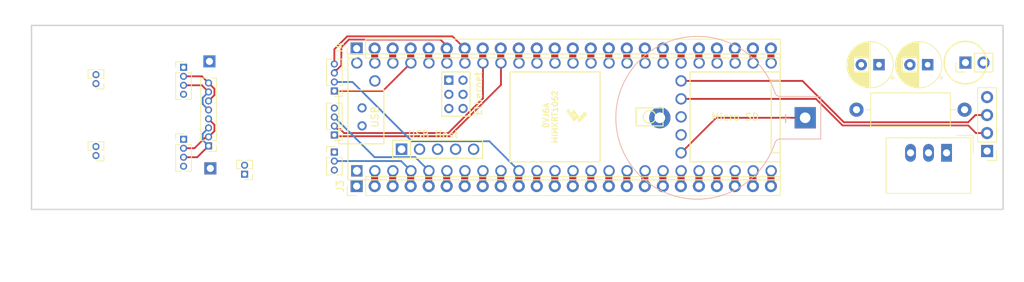
<source format=kicad_pcb>
(kicad_pcb (version 20240108) (generator "pcbnew") (generator_version "8.0")
  (title_block (comment 4 "AISLER Project ID: ZFEYDLFY"))
  (layers (0 "F.Cu" signal) (1 "In1.Cu" signal) (2 "In2.Cu" signal) (31 "B.Cu" signal) (34 "B.Paste" user) (35 "F.Paste" user) (36 "B.SilkS" user "B.Silkscreen") (37 "F.SilkS" user "F.Silkscreen") (38 "B.Mask" user) (39 "F.Mask" user) (44 "Edge.Cuts" user))
  (net 0 "")
  (net 6 "Net-(J3-Pin_20)")
  (net 7 "Net-(J3-Pin_2)")
  (net 8 "Net-(J3-Pin_22)")
  (net 9 "Net-(J3-Pin_15)")
  (net 10 "Net-(J3-Pin_21)")
  (net 11 "Net-(J3-Pin_24)")
  (net 12 "Net-(J4-Pin_24)")
  (net 13 "Net-(J3-Pin_3)")
  (net 14 "Net-(J3-Pin_6)")
  (net 15 "/Min")
  (net 16 "Net-(J3-Pin_23)")
  (net 17 "Net-(J3-Pin_11)")
  (net 18 "Net-(J3-Pin_14)")
  (net 19 "Net-(J3-Pin_13)")
  (net 20 "Net-(J3-Pin_9)")
  (net 21 "Net-(J3-Pin_18)")
  (net 22 "Net-(J3-Pin_16)")
  (net 23 "Net-(J3-Pin_17)")
  (net 24 "Net-(J3-Pin_12)")
  (net 25 "Net-(J3-Pin_7)")
  (net 26 "Net-(J4-Pin_17)")
  (net 27 "Net-(J4-Pin_5)")
  (net 28 "Net-(J4-Pin_14)")
  (net 29 "Net-(J4-Pin_15)")
  (net 30 "Net-(J4-Pin_22)")
  (net 31 "Net-(J4-Pin_23)")
  (net 32 "Net-(J4-Pin_21)")
  (net 33 "Net-(J4-Pin_18)")
  (net 42 "/FSYNC")
  (net 43 "/BCLK")
  (net 44 "/Din")
  (net 45 "/GPIO1")
  (net 46 "/SDA1")
  (net 47 "/SCL1")
  (net 48 "/SHDNZ")
  (net 49 "/IOVD")
  (net 50 "/GND")
  (net 51 "/V3.3_EN")
  (net 52 "/H5V")
  (net 53 "/A0")
  (net 54 "/SCL0")
  (net 55 "/BAT")
  (net 56 "/SDA0")
  (net 57 "Net-(U2-V+)")
  (net 58 "Net-(U2-B+)")
  (net 59 "Net-(U2-B-)")
  (net 60 "Net-(U2-V-)")
  (net 63 "/V5")
  (net 64 "Net-(J4-Pin_16)")
  (net 65 "Net-(J4-Pin_12)")
  (net 66 "Net-(J4-Pin_20)")
  (net 67 "/PRG")
  (net 68 "/ONOFF")
  (net 70 "Net-(J1-Pin_4)")
  (net 71 "/A2+")
  (net 72 "/A2-")
  (net 73 "Net-(U3-A1-)")
  (net 74 "Net-(U3-A1+)")
  (net 75 "/A1-")
  (net 76 "/A1+")
  (net 77 "/Vext")
  (net 78 "Net-(PS1-+VIN)")
  (net 79 "Net-(J3-Pin_19)")
  (net 80 "Net-(J4-Pin_19)")
  (footprint "MountingHole:MountingHole_3.2mm_M3" (layer "F.Cu") (at 152.5 55.5)
    (property "Reference" "H3" (hide yes))
    (property "Value" "MountingHole")
    (pad "" np_thru_hole circle (at 0 0) (size 3.2 3.2) (drill 3.2) (layers "*.Cu" "*.Mask"))
  )
  (footprint "Converter_DCDC:Converter_DCDC_TRACO_TSR-1_THT" (layer "F.Cu") (at 172.032 67.999 180)
    (property "Reference" "PS1" (hide yes))
    (property "Value" "TSR_1-2450")
    (pad "1" thru_hole rect (at 0 0 180) (size 1.5 2.5) (drill 1) (layers "*.Cu" "*.Mask") (net 78 "Net-(PS1-+VIN)"))
    (pad "2" thru_hole oval (at 2.54 0 180) (size 1.5 2.5) (drill 1) (layers "*.Cu" "*.Mask") (net 50 "/GND"))
    (pad "3" thru_hole oval (at 5.08 0 180) (size 1.5 2.5) (drill 1) (layers "*.Cu" "*.Mask") (net 63 "/V5"))
  )
  (footprint "Connector_PinHeader_2.54mm:PinHeader_1x04_P2.54mm_Vertical" (layer "F.Cu") (at 177.747 67.745 180)
    (property "Reference" "J1" (hide yes))
    (property "Value" "Conn_01x04")
    (pad "1" thru_hole rect (at 0 0 180) (size 1.7 1.7) (drill 1) (layers "*.Cu" "*.Mask") (net 50 "/GND"))
    (pad "2" thru_hole oval (at 0 2.54 180) (size 1.7 1.7) (drill 1) (layers "*.Cu" "*.Mask") (net 67 "/PRG"))
    (pad "3" thru_hole oval (at 0 5.08 180) (size 1.7 1.7) (drill 1) (layers "*.Cu" "*.Mask") (net 68 "/ONOFF"))
    (pad "4" thru_hole oval (at 0 7.62 180) (size 1.7 1.7) (drill 1) (layers "*.Cu" "*.Mask") (net 70 "Net-(J1-Pin_4)"))
  )
  (footprint "Connector_PinHeader_2.54mm:PinHeader_1x02_P2.54mm_Vertical" (layer "F.Cu") (at 174.699 55.251 90)
    (property "Reference" "J5" (hide yes))
    (property "Value" "Conn_01x02")
    (pad "1" thru_hole rect (at 0 0 90) (size 1.7 1.7) (drill 1) (layers "*.Cu" "*.Mask") (net 77 "/Vext"))
    (pad "2" thru_hole oval (at 0 2.54 90) (size 1.7 1.7) (drill 1) (layers "*.Cu" "*.Mask") (net 70 "Net-(J1-Pin_4)"))
  )
  (footprint "Inductor_THT:L_Axial_L11.0mm_D4.5mm_P15.24mm_Horizontal_Fastron_MECC" (layer "F.Cu") (at 174.572 61.903 180)
    (property "Reference" "L1" (hide yes))
    (property "Value" "5.6u")
    (pad "1" thru_hole circle (at 0 0 180) (size 2 2) (drill 1) (layers "*.Cu" "*.Mask") (net 77 "/Vext"))
    (pad "2" thru_hole oval (at 15.24 0 180) (size 2 2) (drill 1) (layers "*.Cu" "*.Mask") (net 78 "Net-(PS1-+VIN)"))
  )
  (footprint "MountingHole:MountingHole_3.2mm_M3" (layer "F.Cu") (at 46.5 70.5)
    (property "Reference" "H2" (hide yes))
    (property "Value" "MountingHole")
    (pad "" np_thru_hole circle (at 0 0) (size 3.2 3.2) (drill 3.2) (layers "*.Cu" "*.Mask"))
  )
  (footprint "Connector_PinHeader_2.54mm:PinHeader_1x24_P2.54mm_Vertical" (layer "F.Cu") (at 88.847 53.267 90)
    (property "Reference" "J4" (at 0 -2.33 90) (layer "F.SilkS"))
    (property "Value" "Conn_01x24")
    (pad "1" thru_hole rect (at 0 0 90) (size 1.7 1.7) (drill 1) (layers "*.Cu" "*.Mask") (net 63 "/V5"))
    (pad "2" thru_hole oval (at 0 2.54 90) (size 1.7 1.7) (drill 1) (layers "*.Cu" "*.Mask") (net 50 "/GND"))
    (pad "3" thru_hole oval (at 0 5.08 90) (size 1.7 1.7) (drill 1) (layers "*.Cu" "*.Mask") (net 49 "/IOVD"))
    (pad "4" thru_hole oval (at 0 7.62 90) (size 1.7 1.7) (drill 1) (layers "*.Cu" "*.Mask") (net 45 "/GPIO1"))
    (pad "5" thru_hole oval (at 0 10.16 90) (size 1.7 1.7) (drill 1) (layers "*.Cu" "*.Mask") (net 27 "Net-(J4-Pin_5)"))
    (pad "6" thru_hole oval (at 0 12.7 90) (size 1.7 1.7) (drill 1) (layers "*.Cu" "*.Mask") (net 43 "/BCLK"))
    (pad "7" thru_hole oval (at 0 15.24 90) (size 1.7 1.7) (drill 1) (layers "*.Cu" "*.Mask") (net 42 "/FSYNC"))
    (pad "8" thru_hole oval (at 0 17.78 90) (size 1.7 1.7) (drill 1) (layers "*.Cu" "*.Mask") (net 54 "/SCL0"))
    (pad "9" thru_hole oval (at 0 20.32 90) (size 1.7 1.7) (drill 1) (layers "*.Cu" "*.Mask") (net 56 "/SDA0"))
    (pad "10" thru_hole oval (at 0 22.86 90) (size 1.7 1.7) (drill 1) (layers "*.Cu" "*.Mask") (net 46 "/SDA1"))
    (pad "11" thru_hole oval (at 0 25.4 90) (size 1.7 1.7) (drill 1) (layers "*.Cu" "*.Mask") (net 47 "/SCL1"))
    (pad "12" thru_hole oval (at 0 27.94 90) (size 1.7 1.7) (drill 1) (layers "*.Cu" "*.Mask") (net 65 "Net-(J4-Pin_12)"))
    (pad "13" thru_hole oval (at 0 30.48 90) (size 1.7 1.7) (drill 1) (layers "*.Cu" "*.Mask") (net 53 "/A0"))
    (pad "14" thru_hole oval (at 0 33.02 90) (size 1.7 1.7) (drill 1) (layers "*.Cu" "*.Mask") (net 28 "Net-(J4-Pin_14)"))
    (pad "15" thru_hole oval (at 0 35.56 90) (size 1.7 1.7) (drill 1) (layers "*.Cu" "*.Mask") (net 29 "Net-(J4-Pin_15)"))
    (pad "16" thru_hole oval (at 0 38.1 90) (size 1.7 1.7) (drill 1) (layers "*.Cu" "*.Mask") (net 64 "Net-(J4-Pin_16)"))
    (pad "17" thru_hole oval (at 0 40.64 90) (size 1.7 1.7) (drill 1) (layers "*.Cu" "*.Mask") (net 26 "Net-(J4-Pin_17)"))
    (pad "18" thru_hole oval (at 0 43.18 90) (size 1.7 1.7) (drill 1) (layers "*.Cu" "*.Mask") (net 33 "Net-(J4-Pin_18)"))
    (pad "19" thru_hole oval (at 0 45.72 90) (size 1.7 1.7) (drill 1) (layers "*.Cu" "*.Mask") (net 80 "Net-(J4-Pin_19)"))
    (pad "20" thru_hole oval (at 0 48.26 90) (size 1.7 1.7) (drill 1) (layers "*.Cu" "*.Mask") (net 66 "Net-(J4-Pin_20)"))
    (pad "21" thru_hole oval (at 0 50.8 90) (size 1.7 1.7) (drill 1) (layers "*.Cu" "*.Mask") (net 32 "Net-(J4-Pin_21)"))
    (pad "22" thru_hole oval (at 0 53.34 90) (size 1.7 1.7) (drill 1) (layers "*.Cu" "*.Mask") (net 30 "Net-(J4-Pin_22)"))
    (pad "23" thru_hole oval (at 0 55.88 90) (size 1.7 1.7) (drill 1) (layers "*.Cu" "*.Mask") (net 31 "Net-(J4-Pin_23)"))
    (pad "24" thru_hole oval (at 0 58.42 90) (size 1.7 1.7) (drill 1) (layers "*.Cu" "*.Mask") (net 12 "Net-(J4-Pin_24)"))
  )
  (footprint "Connector_PinHeader_2.54mm:PinHeader_1x24_P2.54mm_Vertical" (layer "F.Cu") (at 88.847 72.698 90)
    (property "Reference" "J3" (at 0 -2.33 90) (layer "F.SilkS"))
    (property "Value" "Conn_01x24")
    (pad "1" thru_hole rect (at 0 0 90) (size 1.7 1.7) (drill 1) (layers "*.Cu" "*.Mask") (net 50 "/GND"))
    (pad "2" thru_hole oval (at 0 2.54 90) (size 1.7 1.7) (drill 1) (layers "*.Cu" "*.Mask") (net 7 "Net-(J3-Pin_2)"))
    (pad "3" thru_hole oval (at 0 5.08 90) (size 1.7 1.7) (drill 1) (layers "*.Cu" "*.Mask") (net 13 "Net-(J3-Pin_3)"))
    (pad "4" thru_hole oval (at 0 7.62 90) (size 1.7 1.7) (drill 1) (layers "*.Cu" "*.Mask") (net 51 "/V3.3_EN"))
    (pad "5" thru_hole oval (at 0 10.16 90) (size 1.7 1.7) (drill 1) (layers "*.Cu" "*.Mask") (net 48 "/SHDNZ"))
    (pad "6" thru_hole oval (at 0 12.7 90) (size 1.7 1.7) (drill 1) (layers "*.Cu" "*.Mask") (net 14 "Net-(J3-Pin_6)"))
    (pad "7" thru_hole oval (at 0 15.24 90) (size 1.7 1.7) (drill 1) (layers "*.Cu" "*.Mask") (net 25 "Net-(J3-Pin_7)"))
    (pad "8" thru_hole oval (at 0 17.78 90) (size 1.7 1.7) (drill 1) (layers "*.Cu" "*.Mask") (net 15 "/Min"))
    (pad "9" thru_hole oval (at 0 20.32 90) (size 1.7 1.7) (drill 1) (layers "*.Cu" "*.Mask") (net 20 "Net-(J3-Pin_9)"))
    (pad "10" thru_hole oval (at 0 22.86 90) (size 1.7 1.7) (drill 1) (layers "*.Cu" "*.Mask") (net 44 "/Din"))
    (pad "11" thru_hole oval (at 0 25.4 90) (size 1.7 1.7) (drill 1) (layers "*.Cu" "*.Mask") (net 17 "Net-(J3-Pin_11)"))
    (pad "12" thru_hole oval (at 0 27.94 90) (size 1.7 1.7) (drill 1) (layers "*.Cu" "*.Mask") (net 24 "Net-(J3-Pin_12)"))
    (pad "13" thru_hole oval (at 0 30.48 90) (size 1.7 1.7) (drill 1) (layers "*.Cu" "*.Mask") (net 19 "Net-(J3-Pin_13)"))
    (pad "14" thru_hole oval (at 0 33.02 90) (size 1.7 1.7) (drill 1) (layers "*.Cu" "*.Mask") (net 18 "Net-(J3-Pin_14)"))
    (pad "15" thru_hole oval (at 0 35.56 90) (size 1.7 1.7) (drill 1) (layers "*.Cu" "*.Mask") (net 9 "Net-(J3-Pin_15)"))
    (pad "16" thru_hole oval (at 0 38.1 90) (size 1.7 1.7) (drill 1) (layers "*.Cu" "*.Mask") (net 22 "Net-(J3-Pin_16)"))
    (pad "17" thru_hole oval (at 0 40.64 90) (size 1.7 1.7) (drill 1) (layers "*.Cu" "*.Mask") (net 23 "Net-(J3-Pin_17)"))
    (pad "18" thru_hole oval (at 0 43.18 90) (size 1.7 1.7) (drill 1) (layers "*.Cu" "*.Mask") (net 21 "Net-(J3-Pin_18)"))
    (pad "19" thru_hole oval (at 0 45.72 90) (size 1.7 1.7) (drill 1) (layers "*.Cu" "*.Mask") (net 79 "Net-(J3-Pin_19)"))
    (pad "20" thru_hole oval (at 0 48.26 90) (size 1.7 1.7) (drill 1) (layers "*.Cu" "*.Mask") (net 6 "Net-(J3-Pin_20)"))
    (pad "21" thru_hole oval (at 0 50.8 90) (size 1.7 1.7) (drill 1) (layers "*.Cu" "*.Mask") (net 10 "Net-(J3-Pin_21)"))
    (pad "22" thru_hole oval (at 0 53.34 90) (size 1.7 1.7) (drill 1) (layers "*.Cu" "*.Mask") (net 8 "Net-(J3-Pin_22)"))
    (pad "23" thru_hole oval (at 0 55.88 90) (size 1.7 1.7) (drill 1) (layers "*.Cu" "*.Mask") (net 16 "Net-(J3-Pin_23)"))
    (pad "24" thru_hole oval (at 0 58.42 90) (size 1.7 1.7) (drill 1) (layers "*.Cu" "*.Mask") (net 11 "Net-(J3-Pin_24)"))
  )
  (footprint "Library:preAmp2" (layer "F.Cu") (at 57.5744 67.6434)
    (property "Reference" "U2" (hide yes))
    (property "Value" "~")
    (pad "1" thru_hole oval (at -5.4864 -0.5334 180) (size 1 1) (drill 0.6) (layers "*.Cu" "*.Mask") (net 71 "/A2+"))
    (pad "2" thru_hole circle (at -5.4864 0.7366 180) (size 1 1) (drill 0.6) (layers "*.Cu" "*.Mask") (net 72 "/A2-"))
    (pad "3" thru_hole rect (at 6.8636 -1.5634) (size 1 1) (drill 0.6) (layers "*.Cu" "*.Mask") (net 57 "Net-(U2-V+)"))
    (pad "4" thru_hole oval (at 6.8636 -0.2934) (size 1 1) (drill 0.6) (layers "*.Cu" "*.Mask") (net 58 "Net-(U2-B+)"))
    (pad "5" thru_hole oval (at 6.8636 0.9766) (size 1 1) (drill 0.6) (layers "*.Cu" "*.Mask") (net 59 "Net-(U2-B-)"))
    (pad "6" thru_hole oval (at 6.8636 2.2466) (size 1 1) (drill 0.6) (layers "*.Cu" "*.Mask") (net 60 "Net-(U2-V-)"))
  )
  (footprint "Library:preAmp2" (layer "F.Cu") (at 57.5744 57.4834)
    (property "Reference" "U4" (hide yes))
    (property "Value" "~")
    (pad "1" thru_hole oval (at -5.4864 -0.5334 180) (size 1 1) (drill 0.6) (layers "*.Cu" "*.Mask") (net 76 "/A1+"))
    (pad "2" thru_hole circle (at -5.4864 0.7366 180) (size 1 1) (drill 0.6) (layers "*.Cu" "*.Mask") (net 75 "/A1-"))
    (pad "3" thru_hole rect (at 6.8636 -1.5634) (size 1 1) (drill 0.6) (layers "*.Cu" "*.Mask") (net 57 "Net-(U2-V+)"))
    (pad "4" thru_hole oval (at 6.8636 -0.2934) (size 1 1) (drill 0.6) (layers "*.Cu" "*.Mask") (net 74 "Net-(U3-A1+)"))
    (pad "5" thru_hole oval (at 6.8636 0.9766) (size 1 1) (drill 0.6) (layers "*.Cu" "*.Mask") (net 73 "Net-(U3-A1-)"))
    (pad "6" thru_hole oval (at 6.8636 2.2466) (size 1 1) (drill 0.6) (layers "*.Cu" "*.Mask") (net 60 "Net-(U2-V-)"))
  )
  (footprint "Library:ADC_V2" (layer "F.Cu") (at 77.2956 63.427)
    (property "Reference" "U3" (hide yes))
    (property "Value" "~")
    (pad "1" thru_hole rect (at -9.2056 -8.3466) (size 1.7 1.7) (drill 1) (layers "*.Cu" "*.Mask") (net 57 "Net-(U2-V+)"))
    (pad "2" thru_hole oval (at -9.3326 -5.2986 180) (size 1 1) (drill 0.6) (layers "*.Cu" "*.Mask") (net 74 "Net-(U3-A1+)"))
    (pad "3" thru_hole oval (at -9.3326 -4.0286 180) (size 1 1) (drill 0.6) (layers "*.Cu" "*.Mask") (net 73 "Net-(U3-A1-)"))
    (pad "4" thru_hole oval (at -9.3326 -2.7586 180) (size 1 1) (drill 0.6) (layers "*.Cu" "*.Mask") (net 74 "Net-(U3-A1+)"))
    (pad "5" thru_hole oval (at -9.3326 -1.4886 180) (size 1 1) (drill 0.6) (layers "*.Cu" "*.Mask") (net 73 "Net-(U3-A1-)"))
    (pad "6" thru_hole oval (at -9.3326 -0.2186 180) (size 1 1) (drill 0.6) (layers "*.Cu" "*.Mask") (net 58 "Net-(U2-B+)"))
    (pad "7" thru_hole oval (at -9.3326 1.0514 180) (size 1 1) (drill 0.6) (layers "*.Cu" "*.Mask") (net 59 "Net-(U2-B-)"))
    (pad "8" thru_hole oval (at -9.3326 2.3214 180) (size 1 1) (drill 0.6) (layers "*.Cu" "*.Mask") (net 58 "Net-(U2-B+)"))
    (pad "9" thru_hole rect (at -9.3326 3.5914 180) (size 1 1) (drill 0.6) (layers "*.Cu" "*.Mask") (net 59 "Net-(U2-B-)"))
    (pad "10" thru_hole rect (at -9.0786 6.7664) (size 1.7 1.7) (drill 1) (layers "*.Cu" "*.Mask") (net 60 "Net-(U2-V-)"))
    (pad "11" thru_hole oval (at -4.2526 6.3194 180) (size 1 1) (drill 0.6) (layers "*.Cu" "*.Mask"))
    (pad "12" thru_hole rect (at -4.2526 7.5894 180) (size 1 1) (drill 0.6) (layers "*.Cu" "*.Mask"))
    (pad "13" thru_hole oval (at 8.4074 -7.9756 180) (size 1 1) (drill 0.6) (layers "*.Cu" "*.Mask") (net 42 "/FSYNC"))
    (pad "14" thru_hole oval (at 8.4074 -6.7056 180) (size 1 1) (drill 0.6) (layers "*.Cu" "*.Mask") (net 43 "/BCLK"))
    (pad "15" thru_hole oval (at 8.4074 -5.4356 180) (size 1 1) (drill 0.6) (layers "*.Cu" "*.Mask") (net 44 "/Din"))
    (pad "16" thru_hole rect (at 8.4074 -4.1656 180) (size 1 1) (drill 0.6) (layers "*.Cu" "*.Mask") (net 45 "/GPIO1"))
    (pad "17" thru_hole oval (at 8.4074 -1.7526 180) (size 1 1) (drill 0.6) (layers "*.Cu" "*.Mask") (net 49 "/IOVD"))
    (pad "18" thru_hole oval (at 8.4074 -0.4826 180) (size 1 1) (drill 0.6) (layers "*.Cu" "*.Mask") (net 48 "/SHDNZ"))
    (pad "19" thru_hole oval (at 8.4074 0.7874 180) (size 1 1) (drill 0.6) (layers "*.Cu" "*.Mask") (net 54 "/SCL0"))
    (pad "20" thru_hole rect (at 8.4074 2.0574 180) (size 1 1) (drill 0.6) (layers "*.Cu" "*.Mask") (net 56 "/SDA0"))
    (pad "21" thru_hole rect (at 8.4074 4.4654) (size 1 1) (drill 0.6) (layers "*.Cu" "*.Mask") (net 50 "/GND"))
    (pad "22" thru_hole oval (at 8.4074 5.7354) (size 1 1) (drill 0.6) (layers "*.Cu" "*.Mask") (net 51 "/V3.3_EN"))
    (pad "23" thru_hole oval (at 8.4074 7.0054) (size 1 1) (drill 0.6) (layers "*.Cu" "*.Mask") (net 52 "/H5V"))
  )
  (footprint "Capacitor_THT:CP_Radial_D6.3mm_P2.50mm" (layer "F.Cu") (at 169.365 55.553 180)
    (property "Reference" "C1" (hide yes))
    (property "Value" "10u")
    (pad "1" thru_hole rect (at 0 0 180) (size 1.6 1.6) (drill 0.8) (layers "*.Cu" "*.Mask") (net 77 "/Vext"))
    (pad "2" thru_hole circle (at 2.5 0 180) (size 1.6 1.6) (drill 0.8) (layers "*.Cu" "*.Mask") (net 50 "/GND"))
  )
  (footprint "MountingHole:MountingHole_3.2mm_M3" (layer "F.Cu") (at 46.5 55.5)
    (property "Reference" "H1" (hide yes))
    (property "Value" "MountingHole")
    (pad "" np_thru_hole circle (at 0 0) (size 3.2 3.2) (drill 3.2) (layers "*.Cu" "*.Mask"))
  )
  (footprint "MountingHole:MountingHole_3.2mm_M3" (layer "F.Cu") (at 152.5 70.5)
    (property "Reference" "H4" (hide yes))
    (property "Value" "MountingHole")
    (pad "" np_thru_hole circle (at 0 0) (size 3.2 3.2) (drill 3.2) (layers "*.Cu" "*.Mask"))
  )
  (footprint "Library:Teensy41" (layer "F.Cu") (at 118.089 62.919)
    (property "Reference" "U1" (hide yes))
    (property "Value" "teensy_Teensy4.1")
    (fp_text user "USB" (at -26.67 0 90) (layer "F.SilkS"))
    (fp_text user "Ethernet" (at -12.065 -3.2766 90) (layer "F.SilkS"))
    (fp_text user "MIMXRT1062" (at -1.27 0 90) (layer "F.SilkS") (effects (font (size 0.8 0.8))))
    (fp_text user "USB Host" (at -18.4658 2.4892 0) (layer "F.SilkS"))
    (fp_text user "Micro SD" (at 24.13 0 0) (layer "F.SilkS"))
    (fp_text user "DVJ6A" (at -2.54 -0.18 90) (layer "F.SilkS") (effects (font (size 0.8 0.8))))
    (pad "1" thru_hole rect (at -29.21 7.62) (size 1.6 1.6) (drill 1.1) (layers "*.Cu" "*.Mask") (net 50 "/GND"))
    (pad "2" thru_hole circle (at -26.67 7.62) (size 1.6 1.6) (drill 1.1) (layers "*.Cu" "*.Mask") (net 7 "Net-(J3-Pin_2)"))
    (pad "3" thru_hole circle (at -24.13 7.62) (size 1.6 1.6) (drill 1.1) (layers "*.Cu" "*.Mask") (net 13 "Net-(J3-Pin_3)"))
    (pad "4" thru_hole circle (at -21.59 7.62) (size 1.6 1.6) (drill 1.1) (layers "*.Cu" "*.Mask") (net 51 "/V3.3_EN"))
    (pad "5" thru_hole circle (at -19.05 7.62) (size 1.6 1.6) (drill 1.1) (layers "*.Cu" "*.Mask") (net 48 "/SHDNZ"))
    (pad "6" thru_hole circle (at -16.51 7.62) (size 1.6 1.6) (drill 1.1) (layers "*.Cu" "*.Mask") (net 14 "Net-(J3-Pin_6)"))
    (pad "7" thru_hole circle (at -13.97 7.62) (size 1.6 1.6) (drill 1.1) (layers "*.Cu" "*.Mask") (net 25 "Net-(J3-Pin_7)"))
    (pad "8" thru_hole circle (at -11.43 7.62) (size 1.6 1.6) (drill 1.1) (layers "*.Cu" "*.Mask") (net 15 "/Min"))
    (pad "9" thru_hole circle (at -8.89 7.62) (size 1.6 1.6) (drill 1.1) (layers "*.Cu" "*.Mask") (net 20 "Net-(J3-Pin_9)"))
    (pad "10" thru_hole circle (at -6.35 7.62) (size 1.6 1.6) (drill 1.1) (layers "*.Cu" "*.Mask") (net 44 "/Din"))
    (pad "11" thru_hole circle (at -3.81 7.62) (size 1.6 1.6) (drill 1.1) (layers "*.Cu" "*.Mask") (net 17 "Net-(J3-Pin_11)"))
    (pad "12" thru_hole circle (at -1.27 7.62) (size 1.6 1.6) (drill 1.1) (layers "*.Cu" "*.Mask") (net 24 "Net-(J3-Pin_12)"))
    (pad "13" thru_hole circle (at 1.27 7.62) (size 1.6 1.6) (drill 1.1) (layers "*.Cu" "*.Mask") (net 19 "Net-(J3-Pin_13)"))
    (pad "14" thru_hole circle (at 3.81 7.62) (size 1.6 1.6) (drill 1.1) (layers "*.Cu" "*.Mask") (net 18 "Net-(J3-Pin_14)"))
    (pad "15" thru_hole circle (at 6.35 7.62) (size 1.6 1.6) (drill 1.1) (layers "*.Cu" "*.Mask") (net 9 "Net-(J3-Pin_15)"))
    (pad "16" thru_hole circle (at 8.89 7.62) (size 1.6 1.6) (drill 1.1) (layers "*.Cu" "*.Mask") (net 22 "Net-(J3-Pin_16)"))
    (pad "17" thru_hole circle (at 11.43 7.62) (size 1.6 1.6) (drill 1.1) (layers "*.Cu" "*.Mask") (net 23 "Net-(J3-Pin_17)"))
    (pad "18" thru_hole circle (at 13.97 7.62) (size 1.6 1.6) (drill 1.1) (layers "*.Cu" "*.Mask") (net 21 "Net-(J3-Pin_18)"))
    (pad "19" thru_hole circle (at 16.51 7.62) (size 1.6 1.6) (drill 1.1) (layers "*.Cu" "*.Mask") (net 79 "Net-(J3-Pin_19)"))
    (pad "20" thru_hole circle (at 19.05 7.62) (size 1.6 1.6) (drill 1.1) (layers "*.Cu" "*.Mask") (net 6 "Net-(J3-Pin_20)"))
    (pad "21" thru_hole circle (at 21.59 7.62) (size 1.6 1.6) (drill 1.1) (layers "*.Cu" "*.Mask") (net 10 "Net-(J3-Pin_21)"))
    (pad "22" thru_hole circle (at 24.13 7.62) (size 1.6 1.6) (drill 1.1) (layers "*.Cu" "*.Mask") (net 8 "Net-(J3-Pin_22)"))
    (pad "23" thru_hole circle (at 26.67 7.62) (size 1.6 1.6) (drill 1.1) (layers "*.Cu" "*.Mask") (net 16 "Net-(J3-Pin_23)"))
    (pad "24" thru_hole circle (at 29.21 7.62) (size 1.6 1.6) (drill 1.1) (layers "*.Cu" "*.Mask") (net 11 "Net-(J3-Pin_24)"))
    (pad "25" thru_hole circle (at 29.21 -7.62) (size 1.6 1.6) (drill 1.1) (layers "*.Cu" "*.Mask") (net 12 "Net-(J4-Pin_24)"))
    (pad "26" thru_hole circle (at 26.67 -7.62) (size 1.6 1.6) (drill 1.1) (layers "*.Cu" "*.Mask") (net 31 "Net-(J4-Pin_23)"))
    (pad "27" thru_hole circle (at 24.13 -7.62) (size 1.6 1.6) (drill 1.1) (layers "*.Cu" "*.Mask") (net 30 "Net-(J4-Pin_22)"))
    (pad "28" thru_hole circle (at 21.59 -7.62) (size 1.6 1.6) (drill 1.1) (layers "*.Cu" "*.Mask") (net 32 "Net-(J4-Pin_21)"))
    (pad "29" thru_hole circle (at 19.05 -7.62) (size 1.6 1.6) (drill 1.1) (layers "*.Cu" "*.Mask") (net 66 "Net-(J4-Pin_20)"))
    (pad "30" thru_hole circle (at 16.51 -7.62) (size 1.6 1.6) (drill 1.1) (layers "*.Cu" "*.Mask") (net 80 "Net-(J4-Pin_19)"))
    (pad "31" thru_hole circle (at 13.97 -7.62) (size 1.6 1.6) (drill 1.1) (layers "*.Cu" "*.Mask") (net 33 "Net-(J4-Pin_18)"))
    (pad "32" thru_hole circle (at 11.43 -7.62) (size 1.6 1.6) (drill 1.1) (layers "*.Cu" "*.Mask") (net 26 "Net-(J4-Pin_17)"))
    (pad "33" thru_hole circle (at 8.89 -7.62) (size 1.6 1.6) (drill 1.1) (layers "*.Cu" "*.Mask") (net 64 "Net-(J4-Pin_16)"))
    (pad "34" thru_hole circle (at 6.35 -7.62) (size 1.6 1.6) (drill 1.1) (layers "*.Cu" "*.Mask") (net 29 "Net-(J4-Pin_15)"))
    (pad "35" thru_hole circle (at 3.81 -7.62) (size 1.6 1.6) (drill 1.1) (layers "*.Cu" "*.Mask") (net 28 "Net-(J4-Pin_14)"))
    (pad "36" thru_hole circle (at 1.27 -7.62) (size 1.6 1.6) (drill 1.1) (layers "*.Cu" "*.Mask") (net 53 "/A0"))
    (pad "37" thru_hole circle (at -1.27 -7.62) (size 1.6 1.6) (drill 1.1) (layers "*.Cu" "*.Mask") (net 65 "Net-(J4-Pin_12)"))
    (pad "38" thru_hole circle (at -3.81 -7.62) (size 1.6 1.6) (drill 1.1) (layers "*.Cu" "*.Mask") (net 47 "/SCL1"))
    (pad "39" thru_hole circle (at -6.35 -7.62) (size 1.6 1.6) (drill 1.1) (layers "*.Cu" "*.Mask") (net 46 "/SDA1"))
    (pad "40" thru_hole circle (at -8.89 -7.62) (size 1.6 1.6) (drill 1.1) (layers "*.Cu" "*.Mask") (net 56 "/SDA0"))
    (pad "41" thru_hole circle (at -11.43 -7.62) (size 1.6 1.6) (drill 1.1) (layers "*.Cu" "*.Mask") (net 54 "/SCL0"))
    (pad "42" thru_hole circle (at -13.97 -7.62) (size 1.6 1.6) (drill 1.1) (layers "*.Cu" "*.Mask") (net 42 "/FSYNC"))
    (pad "43" thru_hole circle (at -16.51 -7.62) (size 1.6 1.6) (drill 1.1) (layers "*.Cu" "*.Mask") (net 43 "/BCLK"))
    (pad "44" thru_hole circle (at -19.05 -7.62) (size 1.6 1.6) (drill 1.1) (layers "*.Cu" "*.Mask") (net 27 "Net-(J4-Pin_5)"))
    (pad "45" thru_hole circle (at -21.59 -7.62) (size 1.6 1.6) (drill 1.1) (layers "*.Cu" "*.Mask") (net 45 "/GPIO1"))
    (pad "46" thru_hole circle (at -24.13 -7.62) (size 1.6 1.6) (drill 1.1) (layers "*.Cu" "*.Mask") (net 49 "/IOVD"))
    (pad "47" thru_hole circle (at -26.67 -7.62) (size 1.6 1.6) (drill 1.1) (layers "*.Cu" "*.Mask") (net 50 "/GND"))
    (pad "48" thru_hole circle (at -29.21 -7.62) (size 1.6 1.6) (drill 1.1) (layers "*.Cu" "*.Mask") (net 63 "/V5"))
    (pad "49" thru_hole circle (at -26.67 -5.08) (size 1.6 1.6) (drill 1.1) (layers "*.Cu" "*.Mask"))
    (pad "50" thru_hole circle (at 16.51 5.08) (size 1.6 1.6) (drill 1.1) (layers "*.Cu" "*.Mask") (net 55 "/BAT"))
    (pad "51" thru_hole circle (at 16.51 2.54) (size 1.6 1.6) (drill 1.1) (layers "*.Cu" "*.Mask"))
    (pad "52" thru_hole circle (at 16.51 0) (size 1.6 1.6) (drill 1.1) (layers "*.Cu" "*.Mask") (net 50 "/GND"))
    (pad "53" thru_hole circle (at 16.51 -2.54) (size 1.6 1.6) (drill 1.1) (layers "*.Cu" "*.Mask") (net 67 "/PRG"))
    (pad "54" thru_hole circle (at 16.51 -5.08) (size 1.6 1.6) (drill 1.1) (layers "*.Cu" "*.Mask") (net 68 "/ONOFF"))
    (pad "55" thru_hole rect (at -22.9108 4.5692) (size 1.6 1.6) (drill 1.1) (layers "*.Cu" "*.Mask") (net 52 "/H5V"))
    (pad "56" thru_hole circle (at -20.3708 4.5692) (size 1.6 1.6) (drill 1.1) (layers "*.Cu" "*.Mask"))
    (pad "57" thru_hole circle (at -17.8308 4.5692) (size 1.6 1.6) (drill 1.1) (layers "*.Cu" "*.Mask"))
    (pad "58" thru_hole circle (at -15.2908 4.5692) (size 1.6 1.6) (drill 1.1) (layers "*.Cu" "*.Mask"))
    (pad "59" thru_hole circle (at -12.7508 4.5692) (size 1.6 1.6) (drill 1.1) (layers "*.Cu" "*.Mask"))
    (pad "60" thru_hole rect (at -16.24 -5.1816) (size 1.3 1.3) (drill 0.8) (layers "*.Cu" "*.Mask"))
    (pad "61" thru_hole circle (at -16.24 -3.1816) (size 1.3 1.3) (drill 0.8) (layers "*.Cu" "*.Mask"))
    (pad "62" thru_hole circle (at -16.24 -1.1816) (size 1.3 1.3) (drill 0.8) (layers "*.Cu" "*.Mask"))
    (pad "63" thru_hole circle (at -14.24 -1.1816) (size 1.3 1.3) (drill 0.8) (layers "*.Cu" "*.Mask"))
    (pad "64" thru_hole circle (at -14.24 -3.1816) (size 1.3 1.3) (drill 0.8) (layers "*.Cu" "*.Mask"))
    (pad "65" thru_hole circle (at -14.24 -5.1816) (size 1.3 1.3) (drill 0.8) (layers "*.Cu" "*.Mask"))
    (pad "66" thru_hole circle (at -28.48 1.27) (size 1.3 1.3) (drill 0.8) (layers "*.Cu" "*.Mask"))
    (pad "67" thru_hole circle (at -28.48 -1.27) (size 1.3 1.3) (drill 0.8) (layers "*.Cu" "*.Mask"))
  )
  (footprint "Capacitor_THT:CP_Radial_D6.3mm_P2.50mm" (layer "F.Cu") (at 162.507 55.553 180)
    (property "Reference" "C2" (hide yes))
    (property "Value" "10u")
    (pad "1" thru_hole rect (at 0 0 180) (size 1.6 1.6) (drill 0.8) (layers "*.Cu" "*.Mask") (net 78 "Net-(PS1-+VIN)"))
    (pad "2" thru_hole circle (at 2.5 0 180) (size 1.6 1.6) (drill 0.8) (layers "*.Cu" "*.Mask") (net 50 "/GND"))
  )
  (footprint "Battery:BatteryHolder_Keystone_103_1x20mm" (layer "B.Cu") (at 152.093 63.046 180)
    (property "Reference" "BT1" (hide yes))
    (property "Value" "Battery_Cell")
    (fp_text user "+" (at 2.75 0 0) (layer "B.SilkS") (effects (font (size 1.5 1.5)) (justify mirror)))
    (pad "1" thru_hole rect (at 0 0 180) (size 3 3) (drill 1.5) (layers "*.Cu" "*.Mask") (net 55 "/BAT"))
    (pad "2" thru_hole circle (at 20.49 0 180) (size 3 3) (drill 1.5) (layers "*.Cu" "*.Mask") (net 50 "/GND"))
  )
  (gr_circle (center 174.699 55.251) (end 177.699 55.251) (stroke (width 0.2)) (fill none) (layer "F.SilkS"))
  (gr_rect (start 43 50) (end 180 76) (stroke (width 0.2)) (fill none) (layer "Edge.Cuts"))
  (segment (start 137.107 72.698) (end 137.107 70.571) (width 1) (layer "F.Cu") (net 6))
  (segment (start 137.107 70.571) (end 137.139 70.539) (width 1) (layer "F.Cu") (net 6))
  (segment (start 137.559 72.444) (end 137.686 72.571) (width 0.5) (layer "F.Cu") (net 6))
  (segment (start 91.387 72.698) (end 91.387 70.571) (width 1) (layer "F.Cu") (net 7))
  (segment (start 91.387 70.571) (end 91.419 70.539) (width 0.5) (layer "F.Cu") (net 7))
  (segment (start 91.839 72.444) (end 91.966 72.571) (width 0.5) (layer "F.Cu") (net 7))
  (segment (start 91.419 72.666) (end 91.387 72.698) (width 0.5) (layer "B.Cu") (net 7))
  (segment (start 142.187 70.571) (end 142.219 70.539) (width 1) (layer "F.Cu") (net 8))
  (segment (start 142.187 72.698) (end 142.187 70.571) (width 1) (layer "F.Cu") (net 8))
  (segment (start 142.639 72.444) (end 142.766 72.571) (width 0.25) (layer "F.Cu") (net 8))
  (segment (start 124.407 72.698) (end 124.407 70.571) (width 1) (layer "F.Cu") (net 9))
  (segment (start 124.407 70.571) (end 124.439 70.539) (width 1) (layer "F.Cu") (net 9))
  (segment (start 124.859 72.444) (end 124.986 72.571) (width 0.5) (layer "F.Cu") (net 9))
  (segment (start 140.099 72.444) (end 140.226 72.571) (width 0.25) (layer "F.Cu") (net 10))
  (segment (start 139.647 72.698) (end 139.647 70.571) (width 1) (layer "F.Cu") (net 10))
  (segment (start 139.647 70.571) (end 139.679 70.539) (width 1) (layer "F.Cu") (net 10))
  (segment (start 147.267 70.571) (end 147.299 70.539) (width 1) (layer "F.Cu") (net 11))
  (segment (start 147.267 72.698) (end 147.267 70.571) (width 1) (layer "F.Cu") (net 11))
  (segment (start 147.267 55.267) (end 147.299 55.299) (width 1) (layer "F.Cu") (net 12))
  (segment (start 147.267 53.267) (end 147.267 55.267) (width 1) (layer "F.Cu") (net 12))
  (segment (start 94.379 72.444) (end 94.506 72.571) (width 0.5) (layer "F.Cu") (net 13))
  (segment (start 93.927 72.698) (end 93.927 70.571) (width 1) (layer "F.Cu") (net 13))
  (segment (start 93.927 70.571) (end 93.959 70.539) (width 0.5) (layer "F.Cu") (net 13))
  (segment (start 93.959 72.666) (end 93.927 72.698) (width 0.5) (layer "B.Cu") (net 13))
  (segment (start 101.547 70.571) (end 101.579 70.539) (width 1) (layer "F.Cu") (net 14))
  (segment (start 101.547 72.698) (end 101.547 70.571) (width 1) (layer "F.Cu") (net 14))
  (segment (start 106.627 72.698) (end 106.627 70.571) (width 1) (layer "F.Cu") (net 15))
  (segment (start 106.627 70.571) (end 106.659 70.539) (width 1) (layer "F.Cu") (net 15))
  (segment (start 107.079 72.444) (end 107.206 72.571) (width 0.5) (layer "F.Cu") (net 15))
  (segment (start 144.727 72.698) (end 144.727 70.571) (width 1) (layer "F.Cu") (net 16))
  (segment (start 144.727 70.571) (end 144.759 70.539) (width 1) (layer "F.Cu") (net 16))
  (segment (start 114.247 72.698) (end 114.247 70.571) (width 1) (layer "F.Cu") (net 17))
  (segment (start 114.699 72.444) (end 114.826 72.571) (width 0.5) (layer "F.Cu") (net 17))
  (segment (start 114.247 70.571) (end 114.279 70.539) (width 1) (layer "F.Cu") (net 17))
  (segment (start 121.867 70.571) (end 121.899 70.539) (width 1) (layer "F.Cu") (net 18))
  (segment (start 122.319 72.444) (end 122.446 72.571) (width 0.5) (layer "F.Cu") (net 18))
  (segment (start 121.867 72.698) (end 121.867 70.571) (width 1) (layer "F.Cu") (net 18))
  (segment (start 119.327 70.571) (end 119.359 70.539) (width 1) (layer "F.Cu") (net 19))
  (segment (start 119.327 72.698) (end 119.327 70.571) (width 1) (layer "F.Cu") (net 19))
  (segment (start 119.779 72.444) (end 119.906 72.571) (width 0.5) (layer "F.Cu") (net 19))
  (segment (start 109.167 72.698) (end 109.167 70.571) (width 1) (layer "F.Cu") (net 20))
  (segment (start 109.167 70.571) (end 109.199 70.539) (width 1) (layer "F.Cu") (net 20))
  (segment (start 109.619 72.444) (end 109.746 72.571) (width 0.5) (layer "F.Cu") (net 20))
  (segment (start 132.027 72.698) (end 132.027 70.571) (width 1) (layer "F.Cu") (net 21))
  (segment (start 132.479 72.444) (end 132.606 72.571) (width 0.25) (layer "F.Cu") (net 21))
  (segment (start 132.027 70.571) (end 132.059 70.539) (width 1) (layer "F.Cu") (net 21))
  (segment (start 127.399 72.444) (end 127.526 72.571) (width 0.5) (layer "F.Cu") (net 22))
  (segment (start 126.947 70.571) (end 126.979 70.539) (width 1) (layer "F.Cu") (net 22))
  (segment (start 126.947 72.698) (end 126.947 70.571) (width 1) (layer "F.Cu") (net 22))
  (segment (start 129.487 72.698) (end 129.487 70.571) (width 1) (layer "F.Cu") (net 23))
  (segment (start 129.939 72.444) (end 130.066 72.571) (width 0.5) (layer "F.Cu") (net 23))
  (segment (start 129.487 70.571) (end 129.519 70.539) (width 1) (layer "F.Cu") (net 23))
  (segment (start 116.787 72.698) (end 116.787 70.571) (width 1) (layer "F.Cu") (net 24))
  (segment (start 117.239 72.444) (end 117.366 72.571) (width 0.5) (layer "F.Cu") (net 24))
  (segment (start 116.787 70.571) (end 116.819 70.539) (width 1) (layer "F.Cu") (net 24))
  (segment (start 104.539 72.444) (end 104.666 72.571) (width 0.5) (layer "F.Cu") (net 25))
  (segment (start 104.087 72.698) (end 104.087 70.571) (width 1) (layer "F.Cu") (net 25))
  (segment (start 104.087 70.571) (end 104.119 70.539) (width 1) (layer "F.Cu") (net 25))
  (segment (start 129.487 53.267) (end 129.487 55.267) (width 1) (layer "F.Cu") (net 26))
  (segment (start 129.487 55.267) (end 129.519 55.299) (width 1) (layer "F.Cu") (net 26))
  (segment (start 99.007 55.267) (end 99.039 55.299) (width 1) (layer "F.Cu") (net 27))
  (segment (start 99.007 53.267) (end 99.007 55.267) (width 1) (layer "F.Cu") (net 27))
  (segment (start 121.867 53.267) (end 121.867 55.267) (width 1) (layer "F.Cu") (net 28))
  (segment (start 121.867 55.267) (end 121.899 55.299) (width 1) (layer "F.Cu") (net 28))
  (segment (start 124.407 55.267) (end 124.439 55.299) (width 1) (layer "F.Cu") (net 29))
  (segment (start 124.407 53.267) (end 124.407 55.267) (width 1) (layer "F.Cu") (net 29))
  (segment (start 142.187 53.267) (end 142.187 55.267) (width 1) (layer "F.Cu") (net 30))
  (segment (start 142.187 55.267) (end 142.219 55.299) (width 1) (layer "F.Cu") (net 30))
  (segment (start 144.727 55.267) (end 144.759 55.299) (width 1) (layer "F.Cu") (net 31))
  (segment (start 144.727 53.267) (end 144.727 55.267) (width 1) (layer "F.Cu") (net 31))
  (segment (start 139.647 53.267) (end 139.647 55.267) (width 1) (layer "F.Cu") (net 32))
  (segment (start 139.647 55.267) (end 139.679 55.299) (width 1) (layer "F.Cu") (net 32))
  (segment (start 132.027 55.267) (end 132.059 55.299) (width 1) (layer "F.Cu") (net 33))
  (segment (start 132.027 53.267) (end 132.027 55.267) (width 1) (layer "F.Cu") (net 33))
  (segment (start 102.367 51.547) (end 104.087 53.267) (width 0.25) (layer "F.Cu") (net 42))
  (segment (start 104.087 53.267) (end 104.087 55.267) (width 1) (layer "F.Cu") (net 42))
  (segment (start 104.087 55.267) (end 104.119 55.299) (width 0.25) (layer "F.Cu") (net 42))
  (segment (start 87.519 51.547) (end 102.367 51.547) (width 0.25) (layer "F.Cu") (net 42))
  (segment (start 85.703 55.4514) (end 85.703 53.363) (width 0.25) (layer "F.Cu") (net 42))
  (segment (start 85.703 53.363) (end 87.519 51.547) (width 0.25) (layer "F.Cu") (net 42))
  (segment (start 86.044727 56.2764) (end 86.688 55.633127) (width 0.25) (layer "F.Cu") (net 43))
  (segment (start 85.703 56.7214) (end 85.703 56.2764) (width 0.25) (layer "F.Cu") (net 43))
  (segment (start 87.767 51.997) (end 100.658 51.997) (width 0.25) (layer "F.Cu") (net 43))
  (segment (start 86.688 55.633127) (end 86.688 53.076) (width 0.25) (layer "F.Cu") (net 43))
  (segment (start 100.658 51.997) (end 101.579 52.918) (width 0.25) (layer "F.Cu") (net 43))
  (segment (start 101.547 53.267) (end 101.547 55.267) (width 1) (layer "F.Cu") (net 43))
  (segment (start 85.703 56.2764) (end 86.044727 56.2764) (width 0.25) (layer "F.Cu") (net 43))
  (segment (start 101.579 52.918) (end 101.579 55.299) (width 0.25) (layer "F.Cu") (net 43))
  (segment (start 86.688 53.076) (end 87.767 51.997) (width 0.25) (layer "F.Cu") (net 43))
  (segment (start 101.547 55.267) (end 101.579 55.299) (width 1) (layer "F.Cu") (net 43))
  (segment (start 112.159 72.444) (end 112.286 72.571) (width 0.5) (layer "F.Cu") (net 44))
  (segment (start 111.707 72.698) (end 111.707 70.571) (width 1) (layer "F.Cu") (net 44))
  (segment (start 111.707 70.571) (end 111.739 70.539) (width 1) (layer "F.Cu") (net 44))
  (segment (start 85.703 57.9914) (end 88.2578 57.9914) (width 0.25) (layer "B.Cu") (net 44))
  (segment (start 107.5632 66.3632) (end 111.739 70.539) (width 0.25) (layer "B.Cu") (net 44))
  (segment (start 96.6296 66.3632) (end 107.5632 66.3632) (width 0.25) (layer "B.Cu") (net 44))
  (segment (start 88.2578 57.9914) (end 96.6296 66.3632) (width 0.25) (layer "B.Cu") (net 44))
  (segment (start 96.467 55.267) (end 96.499 55.299) (width 1) (layer "F.Cu") (net 45))
  (segment (start 92.5366 59.2614) (end 96.499 55.299) (width 0.25) (layer "F.Cu") (net 45))
  (segment (start 96.467 53.267) (end 96.467 55.267) (width 1) (layer "F.Cu") (net 45))
  (segment (start 85.703 59.2614) (end 92.5366 59.2614) (width 0.25) (layer "F.Cu") (net 45))
  (segment (start 111.707 53.267) (end 111.707 55.267) (width 1) (layer "F.Cu") (net 46))
  (segment (start 111.707 55.267) (end 111.739 55.299) (width 1) (layer "F.Cu") (net 46))
  (segment (start 114.247 53.267) (end 114.247 55.267) (width 1) (layer "F.Cu") (net 47))
  (segment (start 114.247 55.267) (end 114.279 55.299) (width 1) (layer "F.Cu") (net 47))
  (segment (start 99.459 72.444) (end 99.586 72.571) (width 0.5) (layer "F.Cu") (net 48))
  (segment (start 99.007 70.571) (end 99.039 70.539) (width 1) (layer "F.Cu") (net 48))
  (segment (start 99.007 72.698) (end 99.007 70.571) (width 1) (layer "F.Cu") (net 48))
  (segment (start 97.1132 68.6132) (end 91.3718 68.6132) (width 0.25) (layer "B.Cu") (net 48))
  (segment (start 91.3718 68.6132) (end 85.703 62.9444) (width 0.25) (layer "B.Cu") (net 48))
  (segment (start 99.039 70.539) (end 97.1132 68.6132) (width 0.25) (layer "B.Cu") (net 48))
  (segment (start 93.927 53.267) (end 93.927 55.267) (width 1) (layer "F.Cu") (net 49))
  (segment (start 93.927 55.267) (end 93.959 55.299) (width 1) (layer "F.Cu") (net 49))
  (segment (start 91.387 53.267) (end 91.387 55.267) (width 1) (layer "F.Cu") (net 50))
  (segment (start 89.299 72.444) (end 89.426 72.571) (width 0.5) (layer "F.Cu") (net 50))
  (segment (start 91.387 55.267) (end 91.419 55.299) (width 1) (layer "F.Cu") (net 50))
  (segment (start 85.703 69.1624) (end 85.5956 69.1624) (width 0.5) (layer "F.Cu") (net 51))
  (segment (start 96.467 70.571) (end 96.499 70.539) (width 1) (layer "F.Cu") (net 51))
  (segment (start 96.467 72.698) (end 96.467 70.571) (width 1) (layer "F.Cu") (net 51))
  (segment (start 96.919 72.444) (end 97.046 72.571) (width 0.5) (layer "F.Cu") (net 51))
  (segment (start 95.1224 69.1624) (end 85.703 69.1624) (width 0.25) (layer "B.Cu") (net 51))
  (segment (start 96.499 70.539) (end 95.1224 69.1624) (width 0.25) (layer "B.Cu") (net 51))
  (segment (start 119.327 55.267) (end 119.359 55.299) (width 1) (layer "F.Cu") (net 53))
  (segment (start 119.327 53.267) (end 119.327 55.267) (width 1) (layer "F.Cu") (net 53))
  (segment (start 86.528 64.6594) (end 87.0736 65.205) (width 0.25) (layer "F.Cu") (net 54))
  (segment (start 106.627 55.267) (end 106.659 55.299) (width 1) (layer "F.Cu") (net 54))
  (segment (start 101.760259 65.205) (end 106.659 60.306259) (width 0.25) (layer "F.Cu") (net 54))
  (segment (start 87.0736 65.205) (end 101.760259 65.205) (width 0.25) (layer "F.Cu") (net 54))
  (segment (start 85.703 64.2144) (end 86.148 64.6594) (width 0.25) (layer "F.Cu") (net 54))
  (segment (start 86.148 64.6594) (end 86.528 64.6594) (width 0.25) (layer "F.Cu") (net 54))
  (segment (start 106.659 60.306259) (end 106.659 55.299) (width 0.25) (layer "F.Cu") (net 54))
  (segment (start 106.627 53.267) (end 106.627 55.267) (width 1) (layer "F.Cu") (net 54))
  (segment (start 139.552 63.046) (end 134.599 67.999) (width 0.25) (layer "F.Cu") (net 55))
  (segment (start 152.093 63.046) (end 139.552 63.046) (width 0.25) (layer "F.Cu") (net 55))
  (segment (start 109.199 58.402655) (end 109.199 55.299) (width 0.25) (layer "F.Cu") (net 56))
  (segment (start 101.946655 65.655) (end 109.199 58.402655) (width 0.25) (layer "F.Cu") (net 56))
  (segment (start 85.8736 65.655) (end 101.946655 65.655) (width 0.25) (layer "F.Cu") (net 56))
  (segment (start 85.703 65.4844) (end 85.8736 65.655) (width 0.25) (layer "F.Cu") (net 56))
  (segment (start 109.167 53.267) (end 109.167 55.267) (width 1) (layer "F.Cu") (net 56))
  (segment (start 109.167 55.267) (end 109.199 55.299) (width 1) (layer "F.Cu") (net 56))
  (segment (start 67.583 65.7484) (end 67.963 65.7484) (width 0.25) (layer "F.Cu") (net 58))
  (segment (start 68.788 64.0334) (end 68.788 64.9234) (width 0.25) (layer "F.Cu") (net 58))
  (segment (start 64.438 67.35) (end 65.9814 67.35) (width 0.25) (layer "F.Cu") (net 58))
  (segment (start 65.9814 67.35) (end 67.583 65.7484) (width 0.25) (layer "F.Cu") (net 58))
  (segment (start 67.963 63.2084) (end 68.788 64.0334) (width 0.25) (layer "F.Cu") (net 58))
  (segment (start 68.788 64.9234) (end 67.963 65.7484) (width 0.25) (layer "F.Cu") (net 58))
  (segment (start 66.3614 68.62) (end 67.963 67.0184) (width 0.25) (layer "F.Cu") (net 59))
  (segment (start 64.438 68.62) (end 66.3614 68.62) (width 0.25) (layer "F.Cu") (net 59))
  (segment (start 67.138 65.3034) (end 67.138 66.1934) (width 0.25) (layer "B.Cu") (net 59))
  (segment (start 67.963 64.4784) (end 67.138 65.3034) (width 0.25) (layer "B.Cu") (net 59))
  (segment (start 67.138 66.1934) (end 67.963 67.0184) (width 0.25) (layer "B.Cu") (net 59))
  (segment (start 126.947 55.267) (end 126.979 55.299) (width 1) (layer "F.Cu") (net 64))
  (segment (start 126.947 53.267) (end 126.947 55.267) (width 1) (layer "F.Cu") (net 64))
  (segment (start 116.787 53.267) (end 116.787 55.267) (width 1) (layer "F.Cu") (net 65))
  (segment (start 116.787 55.267) (end 116.819 55.299) (width 1) (layer "F.Cu") (net 65))
  (segment (start 137.107 55.267) (end 137.139 55.299) (width 1) (layer "F.Cu") (net 66))
  (segment (start 137.107 53.267) (end 137.107 55.267) (width 1) (layer "F.Cu") (net 66))
  (segment (start 157.369 64.131) (end 175.096 64.131) (width 0.25) (layer "F.Cu") (net 67))
  (segment (start 175.096 64.131) (end 176.17 65.205) (width 0.25) (layer "F.Cu") (net 67))
  (segment (start 134.599 60.379) (end 153.617 60.379) (width 0.25) (layer "F.Cu") (net 67))
  (segment (start 153.617 60.379) (end 157.369 64.131) (width 0.25) (layer "F.Cu") (net 67))
  (segment (start 176.17 65.205) (end 177.747 65.205) (width 0.25) (layer "F.Cu") (net 67))
  (segment (start 134.599 57.839) (end 151.713396 57.839) (width 0.25) (layer "F.Cu") (net 68))
  (segment (start 157.555396 63.681) (end 175.08 63.681) (width 0.25) (layer "F.Cu") (net 68))
  (segment (start 151.713396 57.839) (end 157.555396 63.681) (width 0.25) (layer "F.Cu") (net 68))
  (segment (start 176.096 62.665) (end 177.747 62.665) (width 0.25) (layer "F.Cu") (net 68))
  (segment (start 175.08 63.681) (end 176.096 62.665) (width 0.25) (layer "F.Cu") (net 68))
  (segment (start 64.438 58.46) (end 67.0246 58.46) (width 0.25) (layer "F.Cu") (net 73))
  (segment (start 67.0246 58.46) (end 67.963 59.3984) (width 0.25) (layer "F.Cu") (net 73))
  (segment (start 67.963 61.9384) (end 67.138 61.1134) (width 0.25) (layer "B.Cu") (net 73))
  (segment (start 67.138 61.1134) (end 67.138 60.2234) (width 0.25) (layer "B.Cu") (net 73))
  (segment (start 67.138 60.2234) (end 67.963 59.3984) (width 0.25) (layer "B.Cu") (net 73))
  (segment (start 68.788 59.8434) (end 68.788 58.9534) (width 0.25) (layer "F.Cu") (net 74))
  (segment (start 67.963 60.6684) (end 68.788 59.8434) (width 0.25) (layer "F.Cu") (net 74))
  (segment (start 64.438 57.19) (end 67.0246 57.19) (width 0.25) (layer "F.Cu") (net 74))
  (segment (start 67.0246 57.19) (end 67.963 58.1284) (width 0.25) (layer "F.Cu") (net 74))
  (segment (start 68.788 58.9534) (end 67.963 58.1284) (width 0.25) (layer "F.Cu") (net 74))
  (segment (start 134.599 72.666) (end 134.567 72.698) (width 1) (layer "F.Cu") (net 79))
  (segment (start 134.599 70.539) (end 134.599 72.666) (width 1) (layer "F.Cu") (net 79))
  (segment (start 135.019 72.444) (end 135.146 72.571) (width 0.25) (layer "F.Cu") (net 79))
  (segment (start 134.599 55.299) (end 134.599 53.299) (width 1) (layer "F.Cu") (net 80))
  (segment (start 134.599 53.299) (end 134.567 53.267) (width 1) (layer "F.Cu") (net 80))
)
</source>
